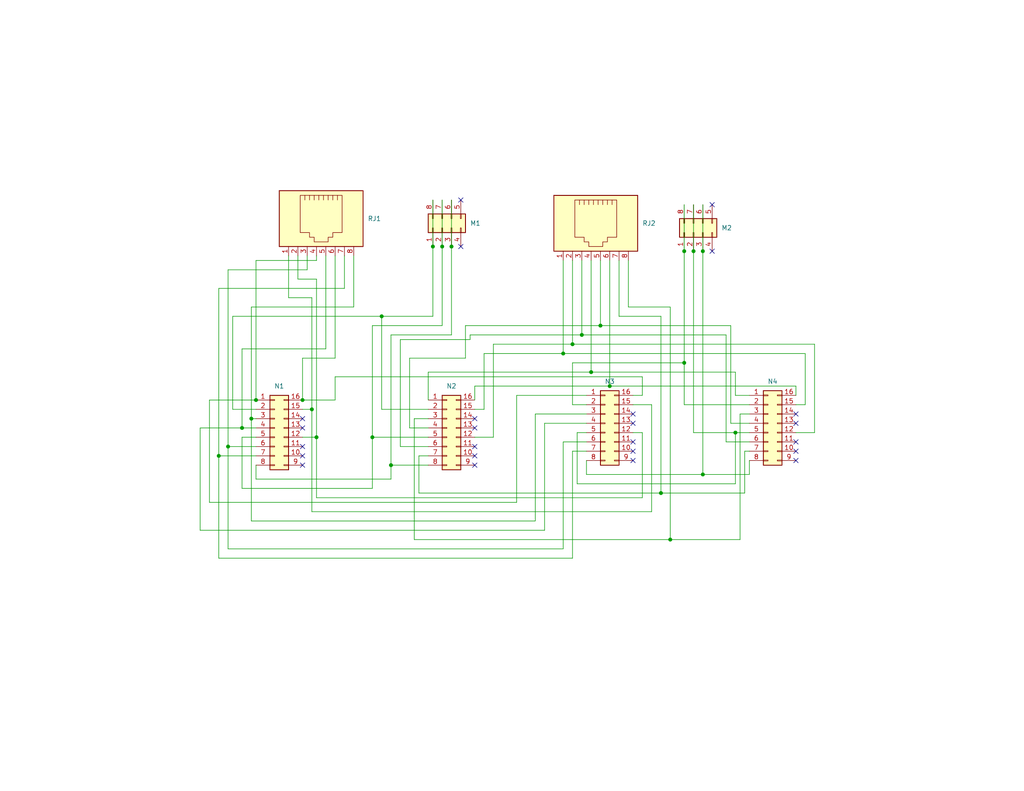
<source format=kicad_sch>
(kicad_sch (version 20211123) (generator eeschema)
  (paper "USLetter")
  (lib_symbols
    (symbol "Connector:8P8C" (pin_names (offset 1.016))
      (property "Reference" "J" (at -5.08 13.97 0))
      (property "Value" "8P8C" (at 2.54 13.97 0))
      (symbol "8P8C_0_1"
        (polyline (pts (xy -5.08 4.445) (xy -6.35 4.445)))
        (polyline (pts (xy -5.08 5.715) (xy -6.35 5.715)))
        (polyline (pts (xy -6.35 -3.175) (xy -5.08 -3.175) (xy -5.08 -3.175)))
        (polyline (pts (xy -6.35 -1.905) (xy -5.08 -1.905) (xy -5.08 -1.905)))
        (polyline (pts (xy -6.35 -0.635) (xy -5.08 -0.635) (xy -5.08 -0.635)))
        (polyline (pts (xy -6.35 0.635) (xy -5.08 0.635) (xy -5.08 0.635)))
        (polyline (pts (xy -6.35 1.905) (xy -5.08 1.905) (xy -5.08 1.905)))
        (polyline (pts (xy -5.08 3.175) (xy -6.35 3.175) (xy -6.35 3.175)))
        (polyline (pts (xy -6.35 -4.445) (xy -6.35 6.985) (xy 3.81 6.985) (xy 3.81 4.445) (xy 5.08 4.445) (xy 5.08 3.175) (xy 6.35 3.175) (xy 6.35 -0.635) (xy 5.08 -0.635) (xy 5.08 -1.905) (xy 3.81 -1.905) (xy 3.81 -4.445) (xy -6.35 -4.445) (xy -6.35 -4.445)))
        (rectangle (start 7.62 12.7) (end -7.62 -10.16) (stroke (width 0.254)) (fill (type background)))
      )
      (symbol "8P8C_1_1"
        (pin passive line (at 10.16 -7.62 180) (length 2.54) (name "~") (number "1"))
        (pin passive line (at 10.16 -5.08 180) (length 2.54) (name "~") (number "2"))
        (pin passive line (at 10.16 -2.54 180) (length 2.54) (name "~") (number "3"))
        (pin passive line (at 10.16 0 180) (length 2.54) (name "~") (number "4"))
        (pin passive line (at 10.16 2.54 180) (length 2.54) (name "~") (number "5"))
        (pin passive line (at 10.16 5.08 180) (length 2.54) (name "~") (number "6"))
        (pin passive line (at 10.16 7.62 180) (length 2.54) (name "~") (number "7"))
        (pin passive line (at 10.16 10.16 180) (length 2.54) (name "~") (number "8"))
      )
    )
    (symbol "Connector_Generic:Conn_02x04_Counter_Clockwise" (pin_names (offset 1.016) hide)
      (property "Reference" "J" (at 1.27 5.08 0))
      (property "Value" "Conn_02x04_Counter_Clockwise" (at 1.27 -7.62 0))
      (symbol "Conn_02x04_Counter_Clockwise_1_1"
        (rectangle (start -1.27 -4.953) (end 0 -5.207) (stroke (width 0.1524)))
        (rectangle (start -1.27 -2.413) (end 0 -2.667) (stroke (width 0.1524)))
        (rectangle (start -1.27 0.127) (end 0 -0.127) (stroke (width 0.1524)))
        (rectangle (start -1.27 2.667) (end 0 2.413) (stroke (width 0.1524)))
        (rectangle (start -1.27 3.81) (end 3.81 -6.35) (stroke (width 0.254)) (fill (type background)))
        (rectangle (start 3.81 -4.953) (end 2.54 -5.207) (stroke (width 0.1524)))
        (rectangle (start 3.81 -2.413) (end 2.54 -2.667) (stroke (width 0.1524)))
        (rectangle (start 3.81 0.127) (end 2.54 -0.127) (stroke (width 0.1524)))
        (rectangle (start 3.81 2.667) (end 2.54 2.413) (stroke (width 0.1524)))
        (pin passive line (at -5.08 2.54 0) (length 3.81) (name "Pin_1") (number "1"))
        (pin passive line (at -5.08 0 0) (length 3.81) (name "Pin_2") (number "2"))
        (pin passive line (at -5.08 -2.54 0) (length 3.81) (name "Pin_3") (number "3"))
        (pin passive line (at -5.08 -5.08 0) (length 3.81) (name "Pin_4") (number "4"))
        (pin passive line (at 7.62 -5.08 180) (length 3.81) (name "Pin_5") (number "5"))
        (pin passive line (at 7.62 -2.54 180) (length 3.81) (name "Pin_6") (number "6"))
        (pin passive line (at 7.62 0 180) (length 3.81) (name "Pin_7") (number "7"))
        (pin passive line (at 7.62 2.54 180) (length 3.81) (name "Pin_8") (number "8"))
      )
    )
    (symbol "Connector_Generic:Conn_02x08_Counter_Clockwise" (pin_names (offset 1.016) hide)
      (property "Reference" "J" (at 1.27 10.16 0))
      (property "Value" "Conn_02x08_Counter_Clockwise" (at 1.27 -12.7 0))
      (symbol "Conn_02x08_Counter_Clockwise_1_1"
        (rectangle (start -1.27 -10.033) (end 0 -10.287) (stroke (width 0.1524)))
        (rectangle (start -1.27 -7.493) (end 0 -7.747) (stroke (width 0.1524)))
        (rectangle (start -1.27 -4.953) (end 0 -5.207) (stroke (width 0.1524)))
        (rectangle (start -1.27 -2.413) (end 0 -2.667) (stroke (width 0.1524)))
        (rectangle (start -1.27 0.127) (end 0 -0.127) (stroke (width 0.1524)))
        (rectangle (start -1.27 2.667) (end 0 2.413) (stroke (width 0.1524)))
        (rectangle (start -1.27 5.207) (end 0 4.953) (stroke (width 0.1524)))
        (rectangle (start -1.27 7.747) (end 0 7.493) (stroke (width 0.1524)))
        (rectangle (start -1.27 8.89) (end 3.81 -11.43) (stroke (width 0.254)) (fill (type background)))
        (rectangle (start 3.81 -10.033) (end 2.54 -10.287) (stroke (width 0.1524)))
        (rectangle (start 3.81 -7.493) (end 2.54 -7.747) (stroke (width 0.1524)))
        (rectangle (start 3.81 -4.953) (end 2.54 -5.207) (stroke (width 0.1524)))
        (rectangle (start 3.81 -2.413) (end 2.54 -2.667) (stroke (width 0.1524)))
        (rectangle (start 3.81 0.127) (end 2.54 -0.127) (stroke (width 0.1524)))
        (rectangle (start 3.81 2.667) (end 2.54 2.413) (stroke (width 0.1524)))
        (rectangle (start 3.81 5.207) (end 2.54 4.953) (stroke (width 0.1524)))
        (rectangle (start 3.81 7.747) (end 2.54 7.493) (stroke (width 0.1524)))
        (pin passive line (at -5.08 7.62 0) (length 3.81) (name "Pin_1") (number "1"))
        (pin passive line (at 7.62 -7.62 180) (length 3.81) (name "Pin_10") (number "10"))
        (pin passive line (at 7.62 -5.08 180) (length 3.81) (name "Pin_11") (number "11"))
        (pin passive line (at 7.62 -2.54 180) (length 3.81) (name "Pin_12") (number "12"))
        (pin passive line (at 7.62 0 180) (length 3.81) (name "Pin_13") (number "13"))
        (pin passive line (at 7.62 2.54 180) (length 3.81) (name "Pin_14") (number "14"))
        (pin passive line (at 7.62 5.08 180) (length 3.81) (name "Pin_15") (number "15"))
        (pin passive line (at 7.62 7.62 180) (length 3.81) (name "Pin_16") (number "16"))
        (pin passive line (at -5.08 5.08 0) (length 3.81) (name "Pin_2") (number "2"))
        (pin passive line (at -5.08 2.54 0) (length 3.81) (name "Pin_3") (number "3"))
        (pin passive line (at -5.08 0 0) (length 3.81) (name "Pin_4") (number "4"))
        (pin passive line (at -5.08 -2.54 0) (length 3.81) (name "Pin_5") (number "5"))
        (pin passive line (at -5.08 -5.08 0) (length 3.81) (name "Pin_6") (number "6"))
        (pin passive line (at -5.08 -7.62 0) (length 3.81) (name "Pin_7") (number "7"))
        (pin passive line (at -5.08 -10.16 0) (length 3.81) (name "Pin_8") (number "8"))
        (pin passive line (at 7.62 -10.16 180) (length 3.81) (name "Pin_9") (number "9"))
      )
    )
  )
  (junction (at 161.29 101.6))
  (junction (at 191.77 129.54))
  (junction (at 118.11 67.31))
  (junction (at 69.85 109.22))
  (junction (at 59.69 124.46))
  (junction (at 123.19 67.31))
  (junction (at 68.58 114.3))
  (junction (at 66.04 116.84))
  (junction (at 106.68 127))
  (junction (at 191.77 68.58))
  (junction (at 86.36 119.38))
  (junction (at 82.55 109.22))
  (junction (at 153.67 96.52))
  (junction (at 101.6 119.38))
  (junction (at 163.83 88.9))
  (junction (at 166.37 105.41))
  (junction (at 104.14 86.36))
  (junction (at 182.88 147.32))
  (junction (at 156.21 93.98))
  (junction (at 186.69 99.06))
  (junction (at 120.65 67.31))
  (junction (at 158.75 91.44))
  (junction (at 62.23 121.92))
  (junction (at 85.09 111.76))
  (junction (at 189.23 68.58))
  (junction (at 200.66 118.11))
  (junction (at 186.69 68.58))
  (junction (at 180.34 134.62))
  (no_connect (at 194.31 68.58))
  (no_connect (at 194.31 55.88))
  (no_connect (at 125.73 67.31))
  (no_connect (at 125.73 54.61))
  (no_connect (at 172.72 125.73))
  (no_connect (at 172.72 123.19))
  (no_connect (at 172.72 120.65))
  (no_connect (at 172.72 115.57))
  (no_connect (at 129.54 121.92))
  (no_connect (at 82.55 116.84))
  (no_connect (at 82.55 121.92))
  (no_connect (at 82.55 127))
  (no_connect (at 82.55 124.46))
  (no_connect (at 129.54 127))
  (no_connect (at 129.54 114.3))
  (no_connect (at 129.54 124.46))
  (no_connect (at 129.54 116.84))
  (no_connect (at 217.17 113.03))
  (no_connect (at 217.17 125.73))
  (no_connect (at 217.17 123.19))
  (no_connect (at 217.17 120.65))
  (no_connect (at 217.17 115.57))
  (no_connect (at 172.72 113.03))
  (no_connect (at 82.55 114.3))
  (wire (pts (xy 91.44 97.79) (xy 91.44 69.85)))
  (wire (pts (xy 101.6 88.9) (xy 120.65 88.9)))
  (wire (pts (xy 101.6 133.35) (xy 101.6 119.38)))
  (wire (pts (xy 69.85 111.76) (xy 63.5 111.76)))
  (wire (pts (xy 123.19 54.61) (xy 123.19 67.31)))
  (wire (pts (xy 156.21 110.49) (xy 156.21 99.06)))
  (wire (pts (xy 118.11 67.31) (xy 118.11 86.36)))
  (wire (pts (xy 161.29 71.12) (xy 161.29 101.6)))
  (wire (pts (xy 148.59 115.57) (xy 160.02 115.57)))
  (wire (pts (xy 160.02 118.11) (xy 157.48 118.11)))
  (wire (pts (xy 54.61 116.84) (xy 54.61 144.78)))
  (wire (pts (xy 120.65 67.31) (xy 120.65 88.9)))
  (wire (pts (xy 82.55 111.76) (xy 85.09 111.76)))
  (wire (pts (xy 171.45 83.82) (xy 182.88 83.82)))
  (wire (pts (xy 156.21 93.98) (xy 222.25 93.98)))
  (wire (pts (xy 132.08 111.76) (xy 132.08 96.52)))
  (wire (pts (xy 68.58 114.3) (xy 68.58 142.24)))
  (wire (pts (xy 156.21 123.19) (xy 160.02 123.19)))
  (wire (pts (xy 62.23 73.66) (xy 62.23 121.92)))
  (wire (pts (xy 129.54 111.76) (xy 132.08 111.76)))
  (wire (pts (xy 134.62 119.38) (xy 134.62 93.98)))
  (wire (pts (xy 177.8 139.7) (xy 177.8 110.49)))
  (wire (pts (xy 106.68 127) (xy 106.68 91.44)))
  (wire (pts (xy 114.3 134.62) (xy 114.3 124.46)))
  (wire (pts (xy 116.84 121.92) (xy 109.22 121.92)))
  (wire (pts (xy 146.05 113.03) (xy 160.02 113.03)))
  (wire (pts (xy 204.47 110.49) (xy 186.69 110.49)))
  (wire (pts (xy 88.9 69.85) (xy 88.9 95.25)))
  (wire (pts (xy 116.84 114.3) (xy 113.03 114.3)))
  (wire (pts (xy 182.88 83.82) (xy 182.88 147.32)))
  (wire (pts (xy 68.58 83.82) (xy 96.52 83.82)))
  (wire (pts (xy 83.82 73.66) (xy 62.23 73.66)))
  (wire (pts (xy 63.5 111.76) (xy 63.5 86.36)))
  (wire (pts (xy 132.08 96.52) (xy 153.67 96.52)))
  (wire (pts (xy 78.74 81.28) (xy 85.09 81.28)))
  (wire (pts (xy 86.36 76.2) (xy 86.36 119.38)))
  (wire (pts (xy 203.2 134.62) (xy 203.2 123.19)))
  (wire (pts (xy 146.05 142.24) (xy 146.05 113.03)))
  (wire (pts (xy 127 88.9) (xy 163.83 88.9)))
  (wire (pts (xy 134.62 93.98) (xy 156.21 93.98)))
  (wire (pts (xy 66.04 119.38) (xy 66.04 133.35)))
  (wire (pts (xy 157.48 118.11) (xy 157.48 132.08)))
  (wire (pts (xy 219.71 110.49) (xy 217.17 110.49)))
  (wire (pts (xy 106.68 91.44) (xy 123.19 91.44)))
  (wire (pts (xy 93.98 78.74) (xy 93.98 69.85)))
  (wire (pts (xy 156.21 99.06) (xy 186.69 99.06)))
  (wire (pts (xy 163.83 88.9) (xy 199.39 88.9)))
  (wire (pts (xy 123.19 67.31) (xy 123.19 91.44)))
  (wire (pts (xy 129.54 109.22) (xy 129.54 105.41)))
  (wire (pts (xy 66.04 116.84) (xy 66.04 95.25)))
  (wire (pts (xy 66.04 116.84) (xy 69.85 116.84)))
  (wire (pts (xy 59.69 124.46) (xy 59.69 152.4)))
  (wire (pts (xy 175.26 102.87) (xy 175.26 107.95)))
  (wire (pts (xy 166.37 71.12) (xy 166.37 105.41)))
  (wire (pts (xy 182.88 147.32) (xy 201.93 147.32)))
  (wire (pts (xy 85.09 139.7) (xy 177.8 139.7)))
  (wire (pts (xy 57.15 137.16) (xy 140.97 137.16)))
  (wire (pts (xy 116.84 116.84) (xy 111.76 116.84)))
  (wire (pts (xy 104.14 111.76) (xy 104.14 86.36)))
  (wire (pts (xy 91.44 109.22) (xy 91.44 102.87)))
  (wire (pts (xy 200.66 107.95) (xy 204.47 107.95)))
  (wire (pts (xy 69.85 121.92) (xy 62.23 121.92)))
  (wire (pts (xy 158.75 91.44) (xy 198.12 91.44)))
  (wire (pts (xy 116.84 101.6) (xy 161.29 101.6)))
  (wire (pts (xy 86.36 119.38) (xy 86.36 135.89)))
  (wire (pts (xy 68.58 114.3) (xy 68.58 83.82)))
  (wire (pts (xy 153.67 71.12) (xy 153.67 96.52)))
  (wire (pts (xy 82.55 97.79) (xy 91.44 97.79)))
  (wire (pts (xy 222.25 118.11) (xy 217.17 118.11)))
  (wire (pts (xy 171.45 71.12) (xy 171.45 83.82)))
  (wire (pts (xy 109.22 92.71) (xy 128.27 92.71)))
  (wire (pts (xy 153.67 96.52) (xy 219.71 96.52)))
  (wire (pts (xy 186.69 55.88) (xy 186.69 68.58)))
  (wire (pts (xy 168.91 86.36) (xy 180.34 86.36)))
  (wire (pts (xy 217.17 105.41) (xy 217.17 107.95)))
  (wire (pts (xy 203.2 123.19) (xy 204.47 123.19)))
  (wire (pts (xy 160.02 129.54) (xy 191.77 129.54)))
  (wire (pts (xy 200.66 118.11) (xy 189.23 118.11)))
  (wire (pts (xy 101.6 119.38) (xy 101.6 88.9)))
  (wire (pts (xy 129.54 119.38) (xy 134.62 119.38)))
  (wire (pts (xy 140.97 137.16) (xy 140.97 107.95)))
  (wire (pts (xy 82.55 119.38) (xy 86.36 119.38)))
  (wire (pts (xy 204.47 125.73) (xy 204.47 129.54)))
  (wire (pts (xy 111.76 116.84) (xy 111.76 97.79)))
  (wire (pts (xy 78.74 81.28) (xy 78.74 69.85)))
  (wire (pts (xy 199.39 88.9) (xy 199.39 115.57)))
  (wire (pts (xy 198.12 120.65) (xy 204.47 120.65)))
  (wire (pts (xy 91.44 102.87) (xy 175.26 102.87)))
  (wire (pts (xy 66.04 116.84) (xy 54.61 116.84)))
  (wire (pts (xy 156.21 152.4) (xy 156.21 123.19)))
  (wire (pts (xy 186.69 99.06) (xy 186.69 68.58)))
  (wire (pts (xy 199.39 115.57) (xy 204.47 115.57)))
  (wire (pts (xy 101.6 119.38) (xy 116.84 119.38)))
  (wire (pts (xy 96.52 83.82) (xy 96.52 69.85)))
  (wire (pts (xy 54.61 144.78) (xy 148.59 144.78)))
  (wire (pts (xy 114.3 124.46) (xy 116.84 124.46)))
  (wire (pts (xy 198.12 91.44) (xy 198.12 120.65)))
  (wire (pts (xy 166.37 105.41) (xy 217.17 105.41)))
  (wire (pts (xy 86.36 135.89) (xy 175.26 135.89)))
  (wire (pts (xy 62.23 121.92) (xy 62.23 149.86)))
  (wire (pts (xy 200.66 101.6) (xy 200.66 107.95)))
  (wire (pts (xy 153.67 120.65) (xy 160.02 120.65)))
  (wire (pts (xy 69.85 124.46) (xy 59.69 124.46)))
  (wire (pts (xy 113.03 147.32) (xy 182.88 147.32)))
  (wire (pts (xy 106.68 130.81) (xy 106.68 127)))
  (wire (pts (xy 59.69 124.46) (xy 59.69 78.74)))
  (wire (pts (xy 111.76 97.79) (xy 127 97.79)))
  (wire (pts (xy 81.28 69.85) (xy 81.28 76.2)))
  (wire (pts (xy 66.04 133.35) (xy 101.6 133.35)))
  (wire (pts (xy 191.77 68.58) (xy 191.77 129.54)))
  (wire (pts (xy 153.67 149.86) (xy 153.67 120.65)))
  (wire (pts (xy 158.75 71.12) (xy 158.75 91.44)))
  (wire (pts (xy 69.85 109.22) (xy 57.15 109.22)))
  (wire (pts (xy 114.3 134.62) (xy 180.34 134.62)))
  (wire (pts (xy 104.14 86.36) (xy 118.11 86.36)))
  (wire (pts (xy 69.85 127) (xy 69.85 130.81)))
  (wire (pts (xy 191.77 55.88) (xy 191.77 68.58)))
  (wire (pts (xy 175.26 107.95) (xy 172.72 107.95)))
  (wire (pts (xy 69.85 114.3) (xy 68.58 114.3)))
  (wire (pts (xy 68.58 142.24) (xy 146.05 142.24)))
  (wire (pts (xy 57.15 109.22) (xy 57.15 137.16)))
  (wire (pts (xy 128.27 91.44) (xy 158.75 91.44)))
  (wire (pts (xy 160.02 110.49) (xy 156.21 110.49)))
  (wire (pts (xy 180.34 134.62) (xy 203.2 134.62)))
  (wire (pts (xy 63.5 86.36) (xy 104.14 86.36)))
  (wire (pts (xy 161.29 101.6) (xy 200.66 101.6)))
  (wire (pts (xy 59.69 152.4) (xy 156.21 152.4)))
  (wire (pts (xy 82.55 109.22) (xy 82.55 97.79)))
  (wire (pts (xy 86.36 69.85) (xy 86.36 71.12)))
  (wire (pts (xy 177.8 110.49) (xy 172.72 110.49)))
  (wire (pts (xy 160.02 125.73) (xy 160.02 129.54)))
  (wire (pts (xy 175.26 135.89) (xy 175.26 118.11)))
  (wire (pts (xy 140.97 107.95) (xy 160.02 107.95)))
  (wire (pts (xy 201.93 113.03) (xy 204.47 113.03)))
  (wire (pts (xy 191.77 129.54) (xy 204.47 129.54)))
  (wire (pts (xy 157.48 132.08) (xy 200.66 132.08)))
  (wire (pts (xy 82.55 109.22) (xy 91.44 109.22)))
  (wire (pts (xy 109.22 121.92) (xy 109.22 92.71)))
  (wire (pts (xy 219.71 96.52) (xy 219.71 110.49)))
  (wire (pts (xy 59.69 78.74) (xy 93.98 78.74)))
  (wire (pts (xy 186.69 110.49) (xy 186.69 99.06)))
  (wire (pts (xy 86.36 71.12) (xy 69.85 71.12)))
  (wire (pts (xy 175.26 118.11) (xy 172.72 118.11)))
  (wire (pts (xy 116.84 111.76) (xy 104.14 111.76)))
  (wire (pts (xy 66.04 95.25) (xy 88.9 95.25)))
  (wire (pts (xy 85.09 111.76) (xy 85.09 139.7)))
  (wire (pts (xy 128.27 92.71) (xy 128.27 91.44)))
  (wire (pts (xy 69.85 130.81) (xy 106.68 130.81)))
  (wire (pts (xy 116.84 109.22) (xy 116.84 101.6)))
  (wire (pts (xy 200.66 132.08) (xy 200.66 118.11)))
  (wire (pts (xy 106.68 127) (xy 116.84 127)))
  (wire (pts (xy 200.66 118.11) (xy 204.47 118.11)))
  (wire (pts (xy 69.85 119.38) (xy 66.04 119.38)))
  (wire (pts (xy 120.65 54.61) (xy 120.65 67.31)))
  (wire (pts (xy 180.34 86.36) (xy 180.34 134.62)))
  (wire (pts (xy 163.83 71.12) (xy 163.83 88.9)))
  (wire (pts (xy 69.85 71.12) (xy 69.85 109.22)))
  (wire (pts (xy 118.11 54.61) (xy 118.11 67.31)))
  (wire (pts (xy 129.54 105.41) (xy 166.37 105.41)))
  (wire (pts (xy 148.59 144.78) (xy 148.59 115.57)))
  (wire (pts (xy 201.93 147.32) (xy 201.93 113.03)))
  (wire (pts (xy 222.25 93.98) (xy 222.25 118.11)))
  (wire (pts (xy 189.23 55.88) (xy 189.23 68.58)))
  (wire (pts (xy 81.28 76.2) (xy 86.36 76.2)))
  (wire (pts (xy 113.03 114.3) (xy 113.03 147.32)))
  (wire (pts (xy 168.91 71.12) (xy 168.91 86.36)))
  (wire (pts (xy 156.21 71.12) (xy 156.21 93.98)))
  (wire (pts (xy 189.23 118.11) (xy 189.23 68.58)))
  (wire (pts (xy 127 97.79) (xy 127 88.9)))
  (wire (pts (xy 83.82 73.66) (xy 83.82 69.85)))
  (wire (pts (xy 62.23 149.86) (xy 153.67 149.86)))
  (wire (pts (xy 85.09 81.28) (xy 85.09 111.76)))
  (symbol (lib_id "Connector_Generic:Conn_02x08_Counter_Clockwise") (at 165.1 115.57 0) (unit 1)
    (property "Reference" "N3" (at 166.37 104.14 0))
    (property "Value" "Conn_02x08_Counter_Clockwise" (effects hide))
    (property "Footprint" "Package_DIP:DIP-16_W7.62mm_Socket_LongPads" (effects hide))
  )
  (symbol (lib_id "Connector:8P8C") (at 86.36 59.69 270) (unit 1)
    (property "Reference" "RJ1" (at 100.33 59.6899 90) (effects (justify left)))
    (property "Value" "8P8C" (effects hide))
    (property "Footprint" "Mine:Wurth-8P8C-Vertical" (effects hide))
  )
  (symbol (lib_id "Connector:8P8C") (at 161.29 60.96 270) (unit 1)
    (property "Reference" "RJ2" (at 175.26 60.9599 90) (effects (justify left)))
    (property "Value" "8P8C" (effects hide))
    (property "Footprint" "Mine:Wurth-8P8C-Vertical" (effects hide))
  )
  (symbol (lib_id "Connector_Generic:Conn_02x04_Counter_Clockwise") (at 120.65 62.23 90) (unit 1)
    (property "Reference" "M1" (at 128.27 60.9599 90) (effects (justify right)))
    (property "Value" "Conn_02x04_Counter_Clockwise" (effects hide))
    (property "Footprint" "Mine:Weidmuller-4-vertical" (effects hide))
  )
  (symbol (lib_id "Connector_Generic:Conn_02x08_Counter_Clockwise") (at 121.92 116.84 0) (unit 1)
    (property "Reference" "N2" (at 123.19 105.41 0))
    (property "Value" "Conn_02x08_Counter_Clockwise" (effects hide))
    (property "Footprint" "Package_DIP:DIP-16_W7.62mm_Socket_LongPads" (effects hide))
  )
  (symbol (lib_id "Connector_Generic:Conn_02x04_Counter_Clockwise") (at 189.23 63.5 90) (unit 1)
    (property "Reference" "M2" (at 196.85 62.2299 90) (effects (justify right)))
    (property "Value" "Conn_02x04_Counter_Clockwise" (effects hide))
    (property "Footprint" "Mine:Weidmuller-4-vertical" (effects hide))
  )
  (symbol (lib_id "Connector_Generic:Conn_02x08_Counter_Clockwise") (at 74.93 116.84 0) (unit 1)
    (property "Reference" "N1" (at 76.2 105.41 0))
    (property "Value" "Conn_02x08_Counter_Clockwise" (effects hide))
    (property "Footprint" "Package_DIP:DIP-16_W7.62mm_Socket_LongPads" (effects hide))
  )
  (symbol (lib_id "Connector_Generic:Conn_02x08_Counter_Clockwise") (at 209.55 115.57 0) (unit 1)
    (property "Reference" "N4" (at 210.82 104.14 0))
    (property "Value" "Conn_02x08_Counter_Clockwise" (effects hide))
    (property "Footprint" "Package_DIP:DIP-16_W7.62mm_Socket_LongPads" (effects hide))
  )
)
</source>
